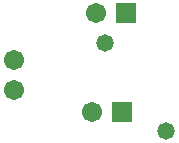
<source format=gbs>
G04 Layer_Color=16711935*
%FSLAX44Y44*%
%MOMM*%
G71*
G01*
G75*
%ADD26C,1.7032*%
%ADD27R,1.7032X1.7032*%
%ADD28C,1.4732*%
D26*
X1002600Y877500D02*
D03*
X999600Y793750D02*
D03*
X933500Y812050D02*
D03*
Y837450D02*
D03*
D27*
X1028000Y877500D02*
D03*
X1025000Y793750D02*
D03*
D28*
X1062000Y777750D02*
D03*
X1010549Y852042D02*
D03*
M02*

</source>
